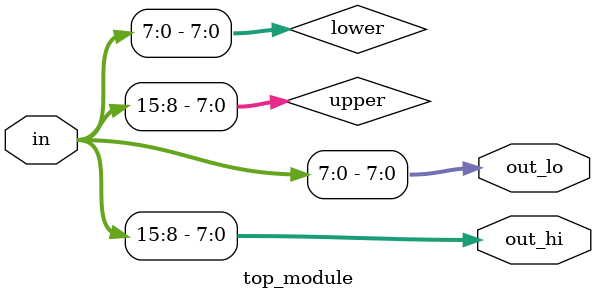
<source format=sv>
module top_module (
	input [15:0] in,
	output [7:0] out_hi,
	output [7:0] out_lo
);

	// Declare internal signals
	wire [15:8] upper;
	wire [7:0] lower;

	// Assign input signal to output signals
	assign out_hi = upper;
	assign out_lo = lower;

	// Split input into upper and lower parts
	assign upper = in[15:8];
	assign lower = in[7:0];

endmodule

</source>
